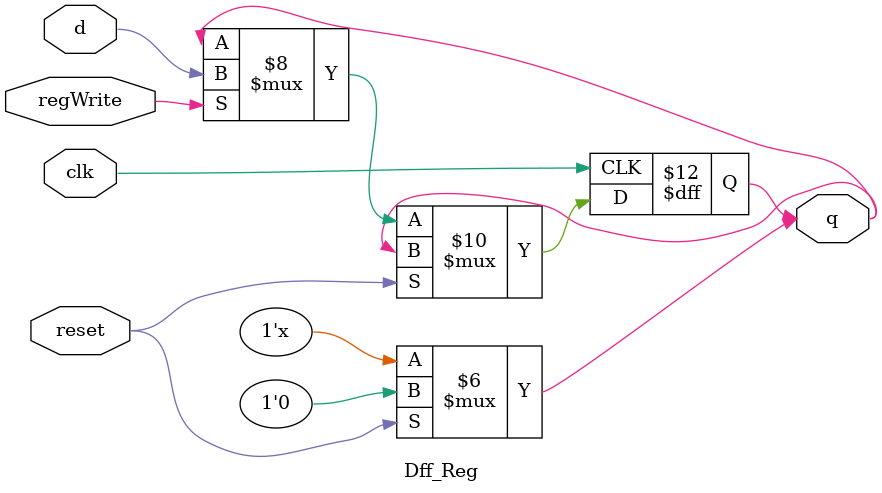
<source format=v>




module Dff_Reg(input clk, input reset, input regWrite, input d, output reg q);
    //WRITE YOUR CODE HERE, NO NEED TO DEFINE NEW VARIABLES
    always @(posedge clk) begin
        if (reset == 1'b0) begin
            if (regWrite == 1'b1)
                q <= d;
        end
    end

    always @(reset) begin
        if (reset == 1'b1)
            q <= 0;
    end

endmodule

	 

</source>
